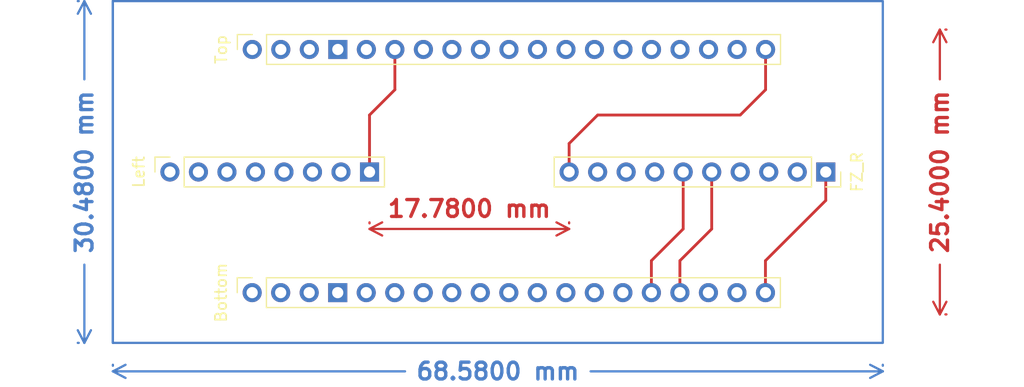
<source format=kicad_pcb>
(kicad_pcb (version 20221018) (generator pcbnew)
  (layers (0 "F.Cu" signal) (31 "B.Cu" signal) (34 "B.Paste" user) (35 "F.Paste" user) (36 "B.SilkS" user "B.Silkscreen") (37 "F.SilkS" user "F.Silkscreen") (38 "B.Mask" user) (39 "F.Mask" user) (44 "Edge.Cuts" user))
  (net 0 "")
  (footprint "Connector_PinSocket_2.54mm:PinSocket_1x10_P2.54mm_Vertical" (layer "F.Cu") (at 167.64 63.499999 -90)
    (fp_text reference "FZ_R" (at 0 -2.77 90) (layer "F.SilkS"))
    (fp_text value "Right")
    (fp_line (start -1.33 1.27) (end -1.33 24.19) (stroke (width 0.12)) (layer "F.SilkS"))
    (fp_line (start -1.33 1.27) (end 1.33 1.27) (stroke (width 0.12)) (layer "F.SilkS"))
    (fp_line (start -1.33 24.19) (end 1.33 24.19) (stroke (width 0.12)) (layer "F.SilkS"))
    (fp_line (start 0 -1.33) (end 1.33 -1.33) (stroke (width 0.12)) (layer "F.SilkS"))
    (fp_line (start 1.33 -1.33) (end 1.33 0) (stroke (width 0.12)) (layer "F.SilkS"))
    (fp_line (start 1.33 1.27) (end 1.33 24.19) (stroke (width 0.12)) (layer "F.SilkS"))
    (pad "9" thru_hole oval (at 0 22.86 270) (size 1.7 1.7) (drill 1) (layers "*.Cu" "*.Mask"))
    (pad "10" thru_hole oval (at 0 20.32 270) (size 1.7 1.7) (drill 1) (layers "*.Cu" "*.Mask"))
    (pad "11" thru_hole oval (at 0 17.78 270) (size 1.7 1.7) (drill 1) (layers "*.Cu" "*.Mask"))
    (pad "12" thru_hole oval (at 0 15.24 270) (size 1.7 1.7) (drill 1) (layers "*.Cu" "*.Mask"))
    (pad "13" thru_hole oval (at 0 12.7 270) (size 1.7 1.7) (drill 1) (layers "*.Cu" "*.Mask"))
    (pad "14" thru_hole oval (at 0 10.16 270) (size 1.7 1.7) (drill 1) (layers "*.Cu" "*.Mask"))
    (pad "15" thru_hole oval (at 0 7.62 270) (size 1.7 1.7) (drill 1) (layers "*.Cu" "*.Mask"))
    (pad "16" thru_hole oval (at 0 5.08 270) (size 1.7 1.7) (drill 1) (layers "*.Cu" "*.Mask"))
    (pad "18" thru_hole oval (at 0 2.54 270) (size 1.7 1.7) (drill 1) (layers "*.Cu" "*.Mask"))
    (pad "19" thru_hole rect (at 0 0 270) (size 1.7 1.7) (drill 1) (layers "*.Cu" "*.Mask"))
  )
  (footprint "Connector_PinSocket_2.54mm:PinSocket_1x08_P2.54mm_Vertical" (layer "F.Cu") (at 109.22 63.5 90)
    (fp_text reference "Left" (at 0 -2.77 90) (layer "F.SilkS"))
    (fp_text value "FZ_L")
    (fp_line (start -1.33 1.27) (end -1.33 19.11) (stroke (width 0.12)) (layer "F.SilkS"))
    (fp_line (start -1.33 1.27) (end 1.33 1.27) (stroke (width 0.12)) (layer "F.SilkS"))
    (fp_line (start -1.33 19.11) (end 1.33 19.11) (stroke (width 0.12)) (layer "F.SilkS"))
    (fp_line (start 0 -1.33) (end 1.33 -1.33) (stroke (width 0.12)) (layer "F.SilkS"))
    (fp_line (start 1.33 -1.33) (end 1.33 0) (stroke (width 0.12)) (layer "F.SilkS"))
    (fp_line (start 1.33 1.27) (end 1.33 19.11) (stroke (width 0.12)) (layer "F.SilkS"))
    (pad "1" thru_hole circle (at 0 0 90) (size 1.7 1.7) (drill 1) (layers "*.Cu" "*.Mask"))
    (pad "2" thru_hole oval (at 0 2.54 90) (size 1.7 1.7) (drill 1) (layers "*.Cu" "*.Mask"))
    (pad "3" thru_hole oval (at 0 5.08 90) (size 1.7 1.7) (drill 1) (layers "*.Cu" "*.Mask"))
    (pad "4" thru_hole oval (at 0 7.62 90) (size 1.7 1.7) (drill 1) (layers "*.Cu" "*.Mask"))
    (pad "5" thru_hole oval (at 0 10.16 90) (size 1.7 1.7) (drill 1) (layers "*.Cu" "*.Mask"))
    (pad "6" thru_hole oval (at 0 12.7 90) (size 1.7 1.7) (drill 1) (layers "*.Cu" "*.Mask"))
    (pad "7" thru_hole oval (at 0 15.24 90) (size 1.7 1.7) (drill 1) (layers "*.Cu" "*.Mask"))
    (pad "8" thru_hole rect (at 0 17.78 90) (size 1.7 1.7) (drill 1) (layers "*.Cu" "*.Mask"))
  )
  (footprint "Connector_PinSocket_2.54mm:PinSocket_1x19_P2.54mm_Vertical" (layer "F.Cu") (at 116.547072 74.260554 90)
    (fp_text reference "Bottom" (at 0 -2.77 90) (layer "F.SilkS"))
    (fp_text value "ESP_B")
    (fp_line (start -1.33 1.27) (end -1.33 47.05) (stroke (width 0.12)) (layer "F.SilkS"))
    (fp_line (start -1.33 1.27) (end 1.33 1.27) (stroke (width 0.12)) (layer "F.SilkS"))
    (fp_line (start -1.33 47.05) (end 1.33 47.05) (stroke (width 0.12)) (layer "F.SilkS"))
    (fp_line (start 0 -1.33) (end 1.33 -1.33) (stroke (width 0.12)) (layer "F.SilkS"))
    (fp_line (start 1.33 -1.33) (end 1.33 0) (stroke (width 0.12)) (layer "F.SilkS"))
    (fp_line (start 1.33 1.27) (end 1.33 47.05) (stroke (width 0.12)) (layer "F.SilkS"))
    (pad "1" thru_hole circle (at 0 0 90) (size 1.7 1.7) (drill 1) (layers "*.Cu" "*.Mask"))
    (pad "2" thru_hole oval (at 0 2.54 90) (size 1.7 1.7) (drill 1) (layers "*.Cu" "*.Mask"))
    (pad "3" thru_hole oval (at 0 5.08 90) (size 1.7 1.7) (drill 1) (layers "*.Cu" "*.Mask"))
    (pad "4" thru_hole rect (at 0 7.62 90) (size 1.7 1.7) (drill 1) (layers "*.Cu" "*.Mask"))
    (pad "5" thru_hole oval (at 0 10.16 90) (size 1.7 1.7) (drill 1) (layers "*.Cu" "*.Mask"))
    (pad "6" thru_hole oval (at 0 12.7 90) (size 1.7 1.7) (drill 1) (layers "*.Cu" "*.Mask"))
    (pad "7" thru_hole oval (at 0 15.24 90) (size 1.7 1.7) (drill 1) (layers "*.Cu" "*.Mask"))
    (pad "8" thru_hole oval (at 0 17.78 90) (size 1.7 1.7) (drill 1) (layers "*.Cu" "*.Mask"))
    (pad "9" thru_hole oval (at 0 20.32 90) (size 1.7 1.7) (drill 1) (layers "*.Cu" "*.Mask"))
    (pad "10" thru_hole oval (at 0 22.86 90) (size 1.7 1.7) (drill 1) (layers "*.Cu" "*.Mask"))
    (pad "11" thru_hole oval (at 0 25.4 90) (size 1.7 1.7) (drill 1) (layers "*.Cu" "*.Mask"))
    (pad "12" thru_hole oval (at 0 27.94 90) (size 1.7 1.7) (drill 1) (layers "*.Cu" "*.Mask"))
    (pad "13" thru_hole oval (at 0 30.48 90) (size 1.7 1.7) (drill 1) (layers "*.Cu" "*.Mask"))
    (pad "14" thru_hole oval (at 0 33.02 90) (size 1.7 1.7) (drill 1) (layers "*.Cu" "*.Mask"))
    (pad "15" thru_hole oval (at 0 35.56 90) (size 1.7 1.7) (drill 1) (layers "*.Cu" "*.Mask"))
    (pad "16" thru_hole oval (at 0 38.1 90) (size 1.7 1.7) (drill 1) (layers "*.Cu" "*.Mask"))
    (pad "17" thru_hole oval (at 0 40.64 90) (size 1.7 1.7) (drill 1) (layers "*.Cu" "*.Mask"))
    (pad "18" thru_hole oval (at 0 43.18 90) (size 1.7 1.7) (drill 1) (layers "*.Cu" "*.Mask"))
    (pad "19" thru_hole oval (at 0 45.72 90) (size 1.7 1.7) (drill 1) (layers "*.Cu" "*.Mask"))
  )
  (footprint "Connector_PinSocket_2.54mm:PinSocket_1x19_P2.54mm_Vertical" (layer "F.Cu") (at 116.558859 52.571904 90)
    (fp_text reference "Top" (at 0 -2.77 90) (layer "F.SilkS"))
    (fp_text value "ESP_T")
    (fp_line (start -1.33 1.27) (end -1.33 47.05) (stroke (width 0.12)) (layer "F.SilkS"))
    (fp_line (start -1.33 1.27) (end 1.33 1.27) (stroke (width 0.12)) (layer "F.SilkS"))
    (fp_line (start -1.33 47.05) (end 1.33 47.05) (stroke (width 0.12)) (layer "F.SilkS"))
    (fp_line (start 0 -1.33) (end 1.33 -1.33) (stroke (width 0.12)) (layer "F.SilkS"))
    (fp_line (start 1.33 -1.33) (end 1.33 0) (stroke (width 0.12)) (layer "F.SilkS"))
    (fp_line (start 1.33 1.27) (end 1.33 47.05) (stroke (width 0.12)) (layer "F.SilkS"))
    (pad "1" thru_hole circle (at 0 0 90) (size 1.7 1.7) (drill 1) (layers "*.Cu" "*.Mask"))
    (pad "2" thru_hole oval (at 0 2.54 90) (size 1.7 1.7) (drill 1) (layers "*.Cu" "*.Mask"))
    (pad "3" thru_hole oval (at 0 5.08 90) (size 1.7 1.7) (drill 1) (layers "*.Cu" "*.Mask"))
    (pad "4" thru_hole rect (at 0 7.62 90) (size 1.7 1.7) (drill 1) (layers "*.Cu" "*.Mask"))
    (pad "5" thru_hole oval (at 0 10.16 90) (size 1.7 1.7) (drill 1) (layers "*.Cu" "*.Mask"))
    (pad "6" thru_hole oval (at 0 12.7 90) (size 1.7 1.7) (drill 1) (layers "*.Cu" "*.Mask"))
    (pad "7" thru_hole oval (at 0 15.24 90) (size 1.7 1.7) (drill 1) (layers "*.Cu" "*.Mask"))
    (pad "8" thru_hole oval (at 0 17.78 90) (size 1.7 1.7) (drill 1) (layers "*.Cu" "*.Mask"))
    (pad "9" thru_hole oval (at 0 20.32 90) (size 1.7 1.7) (drill 1) (layers "*.Cu" "*.Mask"))
    (pad "10" thru_hole oval (at 0 22.86 90) (size 1.7 1.7) (drill 1) (layers "*.Cu" "*.Mask"))
    (pad "11" thru_hole oval (at 0 25.4 90) (size 1.7 1.7) (drill 1) (layers "*.Cu" "*.Mask"))
    (pad "12" thru_hole oval (at 0 27.94 90) (size 1.7 1.7) (drill 1) (layers "*.Cu" "*.Mask"))
    (pad "13" thru_hole oval (at 0 30.48 90) (size 1.7 1.7) (drill 1) (layers "*.Cu" "*.Mask"))
    (pad "14" thru_hole oval (at 0 33.02 90) (size 1.7 1.7) (drill 1) (layers "*.Cu" "*.Mask"))
    (pad "15" thru_hole oval (at 0 35.56 90) (size 1.7 1.7) (drill 1) (layers "*.Cu" "*.Mask"))
    (pad "16" thru_hole oval (at 0 38.1 90) (size 1.7 1.7) (drill 1) (layers "*.Cu" "*.Mask"))
    (pad "17" thru_hole oval (at 0 40.64 90) (size 1.7 1.7) (drill 1) (layers "*.Cu" "*.Mask"))
    (pad "18" thru_hole oval (at 0 43.18 90) (size 1.7 1.7) (drill 1) (layers "*.Cu" "*.Mask"))
    (pad "19" thru_hole oval (at 0 45.72 90) (size 1.7 1.7) (drill 1) (layers "*.Cu" "*.Mask"))
  )
  (gr_rect (start 104.14 48.26) (end 172.72 78.74) (stroke (width 0.2)) (fill none) (layer "B.Cu"))
  (gr_rect (start 104.14 48.26) (end 104.14 78.74) (stroke (width 0.2)) (fill none) (layer "B.Cu"))
  (dimension (type aligned) (layer "F.Cu") (pts (xy 127 68.58) (xy 144.78 68.58)) (height 0) (gr_text "17.7800 mm" (at 135.89 66.78) (layer "F.Cu") (effects (font (size 1.5 1.5) (thickness 0.3)))) (format (prefix "") (suffix "") (units 3) (units_format 1) (precision 4)) (style (thickness 0.2) (arrow_length 1.27) (text_position_mode 0) (extension_height 0.58642) (extension_offset 0.5) keep_text_aligned))
  (dimension (type aligned) (layer "F.Cu") (pts (xy 177.8 50.8) (xy 177.8 76.2)) (height 0) (gr_text "25.4000 mm" (at 177.8 63.5 90) (layer "F.Cu") (effects (font (size 1.5 1.5) (thickness 0.3)))) (format (prefix "") (suffix "") (units 3) (units_format 1) (precision 4)) (style (thickness 0.2) (arrow_length 1.27) (text_position_mode 2) (extension_height 0.58642) (extension_offset 0.5) keep_text_aligned))
  (dimension (type aligned) (layer "B.Cu") (pts (xy 101.6 78.74) (xy 101.6 48.26)) (height 0) (gr_text "30.4800 mm" (at 101.6 63.5 90) (layer "B.Cu") (effects (font (size 1.5 1.5) (thickness 0.3)))) (format (prefix "") (suffix "") (units 3) (units_format 1) (precision 4)) (style (thickness 0.2) (arrow_length 1.27) (text_position_mode 2) (extension_height 0.58642) (extension_offset 0.5) keep_text_aligned))
  (dimension (type aligned) (layer "B.Cu") (pts (xy 104.14 81.28) (xy 172.72 81.28)) (height 0) (gr_text "68.5800 mm" (at 138.43 81.28) (layer "B.Cu") (effects (font (size 1.5 1.5) (thickness 0.3)))) (format (prefix "") (suffix "") (units 3) (units_format 1) (precision 4)) (style (thickness 0.2) (arrow_length 1.27) (text_position_mode 2) (extension_height 0.58642) (extension_offset 0.5) keep_text_aligned))
  (segment (start 154.647072 74.260554) (end 154.647072 71.412928) (width 0.25) (layer "F.Cu") (net 0))
  (segment (start 144.78 60.96) (end 147.32 58.42) (width 0.25) (layer "F.Cu") (net 0))
  (segment (start 160.02 58.42) (end 147.32 58.42) (width 0.25) (layer "F.Cu") (net 0))
  (segment (start 162.267072 71.412928) (end 167.64 66.04) (width 0.25) (layer "F.Cu") (net 0))
  (segment (start 127 63.5) (end 127 58.42) (width 0.25) (layer "F.Cu") (net 0))
  (segment (start 152.107072 74.260554) (end 152.107072 71.412928) (width 0.25) (layer "F.Cu") (net 0))
  (segment (start 157.48 68.58) (end 157.48 63.499999) (width 0.25) (layer "F.Cu") (net 0))
  (segment (start 129.258859 56.161141) (end 129.258859 52.571904) (width 0.25) (layer "F.Cu") (net 0))
  (segment (start 162.278859 52.571904) (end 162.278859 56.161141) (width 0.25) (layer "F.Cu") (net 0))
  (segment (start 154.647072 71.412928) (end 157.48 68.58) (width 0.25) (layer "F.Cu") (net 0))
  (segment (start 162.267072 74.260554) (end 162.267072 71.412928) (width 0.25) (layer "F.Cu") (net 0))
  (segment (start 154.94 68.58) (end 154.94 63.499999) (width 0.25) (layer "F.Cu") (net 0))
  (segment (start 152.107072 71.412928) (end 154.94 68.58) (width 0.25) (layer "F.Cu") (net 0))
  (segment (start 162.278859 56.161141) (end 160.02 58.42) (width 0.25) (layer "F.Cu") (net 0))
  (segment (start 127 58.42) (end 129.258859 56.161141) (width 0.25) (layer "F.Cu") (net 0))
  (segment (start 144.78 63.499999) (end 144.78 60.96) (width 0.25) (layer "F.Cu") (net 0))
  (segment (start 167.64 66.04) (end 167.64 63.499999) (width 0.25) (layer "F.Cu") (net 0))
)
</source>
